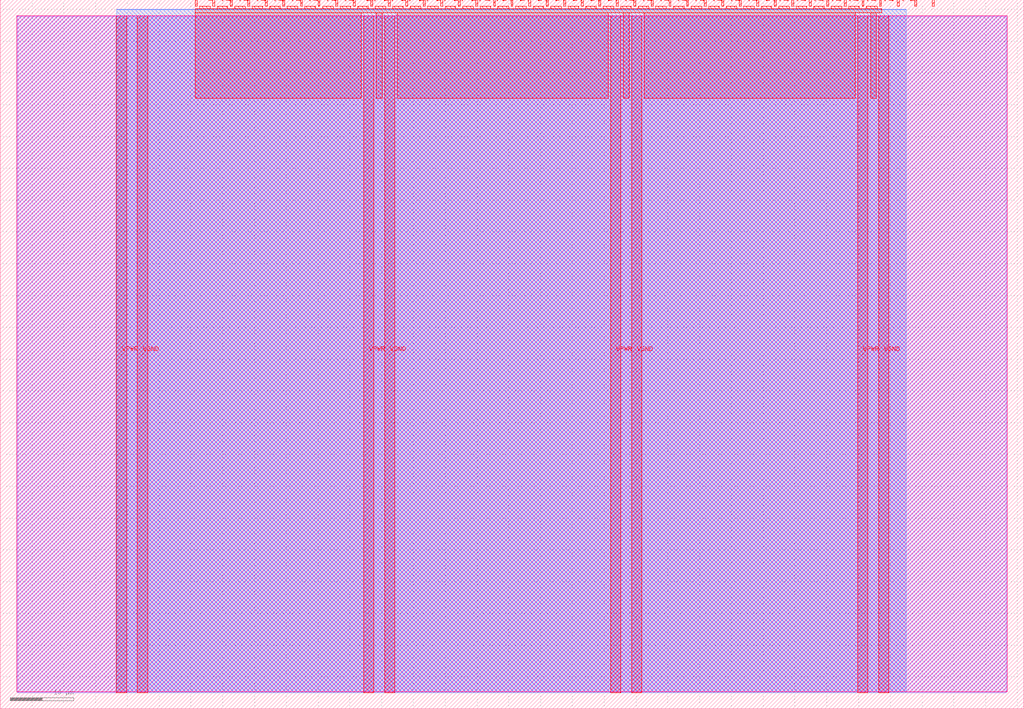
<source format=lef>
VERSION 5.7 ;
  NOWIREEXTENSIONATPIN ON ;
  DIVIDERCHAR "/" ;
  BUSBITCHARS "[]" ;
MACRO tt_um_wokwi_414126546375915521
  CLASS BLOCK ;
  FOREIGN tt_um_wokwi_414126546375915521 ;
  ORIGIN 0.000 0.000 ;
  SIZE 161.000 BY 111.520 ;
  PIN VGND
    DIRECTION INOUT ;
    USE GROUND ;
    PORT
      LAYER met4 ;
        RECT 21.580 2.480 23.180 109.040 ;
    END
    PORT
      LAYER met4 ;
        RECT 60.450 2.480 62.050 109.040 ;
    END
    PORT
      LAYER met4 ;
        RECT 99.320 2.480 100.920 109.040 ;
    END
    PORT
      LAYER met4 ;
        RECT 138.190 2.480 139.790 109.040 ;
    END
  END VGND
  PIN VPWR
    DIRECTION INOUT ;
    USE POWER ;
    PORT
      LAYER met4 ;
        RECT 18.280 2.480 19.880 109.040 ;
    END
    PORT
      LAYER met4 ;
        RECT 57.150 2.480 58.750 109.040 ;
    END
    PORT
      LAYER met4 ;
        RECT 96.020 2.480 97.620 109.040 ;
    END
    PORT
      LAYER met4 ;
        RECT 134.890 2.480 136.490 109.040 ;
    END
  END VPWR
  PIN clk
    DIRECTION INPUT ;
    USE SIGNAL ;
    PORT
      LAYER met4 ;
        RECT 143.830 110.520 144.130 111.520 ;
    END
  END clk
  PIN ena
    DIRECTION INPUT ;
    USE SIGNAL ;
    PORT
      LAYER met4 ;
        RECT 146.590 110.520 146.890 111.520 ;
    END
  END ena
  PIN rst_n
    DIRECTION INPUT ;
    USE SIGNAL ;
    PORT
      LAYER met4 ;
        RECT 141.070 110.520 141.370 111.520 ;
    END
  END rst_n
  PIN ui_in[0]
    DIRECTION INPUT ;
    USE SIGNAL ;
    ANTENNAGATEAREA 0.196500 ;
    PORT
      LAYER met4 ;
        RECT 138.310 110.520 138.610 111.520 ;
    END
  END ui_in[0]
  PIN ui_in[1]
    DIRECTION INPUT ;
    USE SIGNAL ;
    ANTENNAGATEAREA 0.196500 ;
    PORT
      LAYER met4 ;
        RECT 135.550 110.520 135.850 111.520 ;
    END
  END ui_in[1]
  PIN ui_in[2]
    DIRECTION INPUT ;
    USE SIGNAL ;
    ANTENNAGATEAREA 0.196500 ;
    PORT
      LAYER met4 ;
        RECT 132.790 110.520 133.090 111.520 ;
    END
  END ui_in[2]
  PIN ui_in[3]
    DIRECTION INPUT ;
    USE SIGNAL ;
    PORT
      LAYER met4 ;
        RECT 130.030 110.520 130.330 111.520 ;
    END
  END ui_in[3]
  PIN ui_in[4]
    DIRECTION INPUT ;
    USE SIGNAL ;
    PORT
      LAYER met4 ;
        RECT 127.270 110.520 127.570 111.520 ;
    END
  END ui_in[4]
  PIN ui_in[5]
    DIRECTION INPUT ;
    USE SIGNAL ;
    PORT
      LAYER met4 ;
        RECT 124.510 110.520 124.810 111.520 ;
    END
  END ui_in[5]
  PIN ui_in[6]
    DIRECTION INPUT ;
    USE SIGNAL ;
    PORT
      LAYER met4 ;
        RECT 121.750 110.520 122.050 111.520 ;
    END
  END ui_in[6]
  PIN ui_in[7]
    DIRECTION INPUT ;
    USE SIGNAL ;
    PORT
      LAYER met4 ;
        RECT 118.990 110.520 119.290 111.520 ;
    END
  END ui_in[7]
  PIN uio_in[0]
    DIRECTION INPUT ;
    USE SIGNAL ;
    PORT
      LAYER met4 ;
        RECT 116.230 110.520 116.530 111.520 ;
    END
  END uio_in[0]
  PIN uio_in[1]
    DIRECTION INPUT ;
    USE SIGNAL ;
    PORT
      LAYER met4 ;
        RECT 113.470 110.520 113.770 111.520 ;
    END
  END uio_in[1]
  PIN uio_in[2]
    DIRECTION INPUT ;
    USE SIGNAL ;
    PORT
      LAYER met4 ;
        RECT 110.710 110.520 111.010 111.520 ;
    END
  END uio_in[2]
  PIN uio_in[3]
    DIRECTION INPUT ;
    USE SIGNAL ;
    PORT
      LAYER met4 ;
        RECT 107.950 110.520 108.250 111.520 ;
    END
  END uio_in[3]
  PIN uio_in[4]
    DIRECTION INPUT ;
    USE SIGNAL ;
    PORT
      LAYER met4 ;
        RECT 105.190 110.520 105.490 111.520 ;
    END
  END uio_in[4]
  PIN uio_in[5]
    DIRECTION INPUT ;
    USE SIGNAL ;
    PORT
      LAYER met4 ;
        RECT 102.430 110.520 102.730 111.520 ;
    END
  END uio_in[5]
  PIN uio_in[6]
    DIRECTION INPUT ;
    USE SIGNAL ;
    PORT
      LAYER met4 ;
        RECT 99.670 110.520 99.970 111.520 ;
    END
  END uio_in[6]
  PIN uio_in[7]
    DIRECTION INPUT ;
    USE SIGNAL ;
    PORT
      LAYER met4 ;
        RECT 96.910 110.520 97.210 111.520 ;
    END
  END uio_in[7]
  PIN uio_oe[0]
    DIRECTION OUTPUT ;
    USE SIGNAL ;
    PORT
      LAYER met4 ;
        RECT 49.990 110.520 50.290 111.520 ;
    END
  END uio_oe[0]
  PIN uio_oe[1]
    DIRECTION OUTPUT ;
    USE SIGNAL ;
    PORT
      LAYER met4 ;
        RECT 47.230 110.520 47.530 111.520 ;
    END
  END uio_oe[1]
  PIN uio_oe[2]
    DIRECTION OUTPUT ;
    USE SIGNAL ;
    PORT
      LAYER met4 ;
        RECT 44.470 110.520 44.770 111.520 ;
    END
  END uio_oe[2]
  PIN uio_oe[3]
    DIRECTION OUTPUT ;
    USE SIGNAL ;
    PORT
      LAYER met4 ;
        RECT 41.710 110.520 42.010 111.520 ;
    END
  END uio_oe[3]
  PIN uio_oe[4]
    DIRECTION OUTPUT ;
    USE SIGNAL ;
    PORT
      LAYER met4 ;
        RECT 38.950 110.520 39.250 111.520 ;
    END
  END uio_oe[4]
  PIN uio_oe[5]
    DIRECTION OUTPUT ;
    USE SIGNAL ;
    PORT
      LAYER met4 ;
        RECT 36.190 110.520 36.490 111.520 ;
    END
  END uio_oe[5]
  PIN uio_oe[6]
    DIRECTION OUTPUT ;
    USE SIGNAL ;
    PORT
      LAYER met4 ;
        RECT 33.430 110.520 33.730 111.520 ;
    END
  END uio_oe[6]
  PIN uio_oe[7]
    DIRECTION OUTPUT ;
    USE SIGNAL ;
    PORT
      LAYER met4 ;
        RECT 30.670 110.520 30.970 111.520 ;
    END
  END uio_oe[7]
  PIN uio_out[0]
    DIRECTION OUTPUT ;
    USE SIGNAL ;
    PORT
      LAYER met4 ;
        RECT 72.070 110.520 72.370 111.520 ;
    END
  END uio_out[0]
  PIN uio_out[1]
    DIRECTION OUTPUT ;
    USE SIGNAL ;
    PORT
      LAYER met4 ;
        RECT 69.310 110.520 69.610 111.520 ;
    END
  END uio_out[1]
  PIN uio_out[2]
    DIRECTION OUTPUT ;
    USE SIGNAL ;
    PORT
      LAYER met4 ;
        RECT 66.550 110.520 66.850 111.520 ;
    END
  END uio_out[2]
  PIN uio_out[3]
    DIRECTION OUTPUT ;
    USE SIGNAL ;
    PORT
      LAYER met4 ;
        RECT 63.790 110.520 64.090 111.520 ;
    END
  END uio_out[3]
  PIN uio_out[4]
    DIRECTION OUTPUT ;
    USE SIGNAL ;
    PORT
      LAYER met4 ;
        RECT 61.030 110.520 61.330 111.520 ;
    END
  END uio_out[4]
  PIN uio_out[5]
    DIRECTION OUTPUT ;
    USE SIGNAL ;
    PORT
      LAYER met4 ;
        RECT 58.270 110.520 58.570 111.520 ;
    END
  END uio_out[5]
  PIN uio_out[6]
    DIRECTION OUTPUT ;
    USE SIGNAL ;
    PORT
      LAYER met4 ;
        RECT 55.510 110.520 55.810 111.520 ;
    END
  END uio_out[6]
  PIN uio_out[7]
    DIRECTION OUTPUT ;
    USE SIGNAL ;
    PORT
      LAYER met4 ;
        RECT 52.750 110.520 53.050 111.520 ;
    END
  END uio_out[7]
  PIN uo_out[0]
    DIRECTION OUTPUT ;
    USE SIGNAL ;
    ANTENNADIFFAREA 0.795200 ;
    PORT
      LAYER met4 ;
        RECT 94.150 110.520 94.450 111.520 ;
    END
  END uo_out[0]
  PIN uo_out[1]
    DIRECTION OUTPUT ;
    USE SIGNAL ;
    ANTENNADIFFAREA 0.445500 ;
    PORT
      LAYER met4 ;
        RECT 91.390 110.520 91.690 111.520 ;
    END
  END uo_out[1]
  PIN uo_out[2]
    DIRECTION OUTPUT ;
    USE SIGNAL ;
    PORT
      LAYER met4 ;
        RECT 88.630 110.520 88.930 111.520 ;
    END
  END uo_out[2]
  PIN uo_out[3]
    DIRECTION OUTPUT ;
    USE SIGNAL ;
    PORT
      LAYER met4 ;
        RECT 85.870 110.520 86.170 111.520 ;
    END
  END uo_out[3]
  PIN uo_out[4]
    DIRECTION OUTPUT ;
    USE SIGNAL ;
    PORT
      LAYER met4 ;
        RECT 83.110 110.520 83.410 111.520 ;
    END
  END uo_out[4]
  PIN uo_out[5]
    DIRECTION OUTPUT ;
    USE SIGNAL ;
    PORT
      LAYER met4 ;
        RECT 80.350 110.520 80.650 111.520 ;
    END
  END uo_out[5]
  PIN uo_out[6]
    DIRECTION OUTPUT ;
    USE SIGNAL ;
    PORT
      LAYER met4 ;
        RECT 77.590 110.520 77.890 111.520 ;
    END
  END uo_out[6]
  PIN uo_out[7]
    DIRECTION OUTPUT ;
    USE SIGNAL ;
    PORT
      LAYER met4 ;
        RECT 74.830 110.520 75.130 111.520 ;
    END
  END uo_out[7]
  OBS
      LAYER nwell ;
        RECT 2.570 2.635 158.430 108.990 ;
      LAYER li1 ;
        RECT 2.760 2.635 158.240 108.885 ;
      LAYER met1 ;
        RECT 2.760 2.480 158.240 109.040 ;
      LAYER met2 ;
        RECT 18.310 2.535 142.510 110.005 ;
      LAYER met3 ;
        RECT 18.290 2.555 142.535 109.985 ;
      LAYER met4 ;
        RECT 31.370 110.120 33.030 110.520 ;
        RECT 34.130 110.120 35.790 110.520 ;
        RECT 36.890 110.120 38.550 110.520 ;
        RECT 39.650 110.120 41.310 110.520 ;
        RECT 42.410 110.120 44.070 110.520 ;
        RECT 45.170 110.120 46.830 110.520 ;
        RECT 47.930 110.120 49.590 110.520 ;
        RECT 50.690 110.120 52.350 110.520 ;
        RECT 53.450 110.120 55.110 110.520 ;
        RECT 56.210 110.120 57.870 110.520 ;
        RECT 58.970 110.120 60.630 110.520 ;
        RECT 61.730 110.120 63.390 110.520 ;
        RECT 64.490 110.120 66.150 110.520 ;
        RECT 67.250 110.120 68.910 110.520 ;
        RECT 70.010 110.120 71.670 110.520 ;
        RECT 72.770 110.120 74.430 110.520 ;
        RECT 75.530 110.120 77.190 110.520 ;
        RECT 78.290 110.120 79.950 110.520 ;
        RECT 81.050 110.120 82.710 110.520 ;
        RECT 83.810 110.120 85.470 110.520 ;
        RECT 86.570 110.120 88.230 110.520 ;
        RECT 89.330 110.120 90.990 110.520 ;
        RECT 92.090 110.120 93.750 110.520 ;
        RECT 94.850 110.120 96.510 110.520 ;
        RECT 97.610 110.120 99.270 110.520 ;
        RECT 100.370 110.120 102.030 110.520 ;
        RECT 103.130 110.120 104.790 110.520 ;
        RECT 105.890 110.120 107.550 110.520 ;
        RECT 108.650 110.120 110.310 110.520 ;
        RECT 111.410 110.120 113.070 110.520 ;
        RECT 114.170 110.120 115.830 110.520 ;
        RECT 116.930 110.120 118.590 110.520 ;
        RECT 119.690 110.120 121.350 110.520 ;
        RECT 122.450 110.120 124.110 110.520 ;
        RECT 125.210 110.120 126.870 110.520 ;
        RECT 127.970 110.120 129.630 110.520 ;
        RECT 130.730 110.120 132.390 110.520 ;
        RECT 133.490 110.120 135.150 110.520 ;
        RECT 136.250 110.120 137.910 110.520 ;
        RECT 30.655 109.440 138.625 110.120 ;
        RECT 30.655 96.055 56.750 109.440 ;
        RECT 59.150 96.055 60.050 109.440 ;
        RECT 62.450 96.055 95.620 109.440 ;
        RECT 98.020 96.055 98.920 109.440 ;
        RECT 101.320 96.055 134.490 109.440 ;
        RECT 136.890 96.055 137.790 109.440 ;
  END
END tt_um_wokwi_414126546375915521
END LIBRARY


</source>
